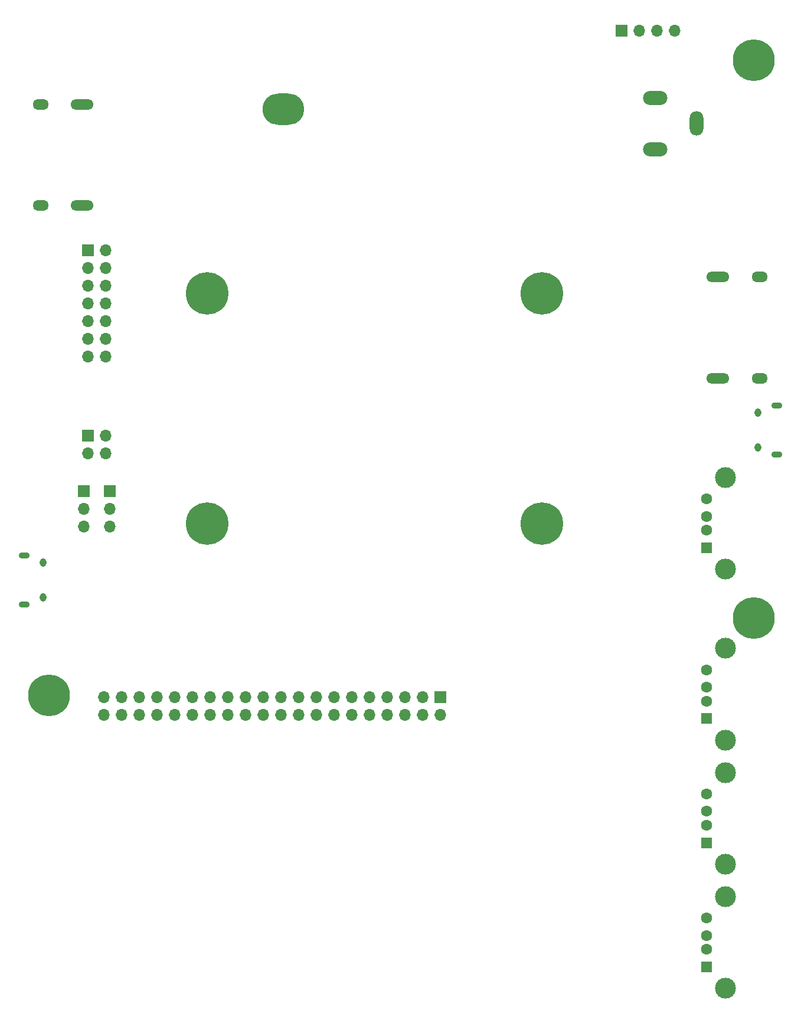
<source format=gbr>
%TF.GenerationSoftware,KiCad,Pcbnew,(6.0.0-0)*%
%TF.CreationDate,2022-04-14T20:44:02-04:00*%
%TF.ProjectId,SIL-CM4,53494c2d-434d-4342-9e6b-696361645f70,rev?*%
%TF.SameCoordinates,Original*%
%TF.FileFunction,Soldermask,Bot*%
%TF.FilePolarity,Negative*%
%FSLAX46Y46*%
G04 Gerber Fmt 4.6, Leading zero omitted, Abs format (unit mm)*
G04 Created by KiCad (PCBNEW (6.0.0-0)) date 2022-04-14 20:44:02*
%MOMM*%
%LPD*%
G01*
G04 APERTURE LIST*
G04 Aperture macros list*
%AMRoundRect*
0 Rectangle with rounded corners*
0 $1 Rounding radius*
0 $2 $3 $4 $5 $6 $7 $8 $9 X,Y pos of 4 corners*
0 Add a 4 corners polygon primitive as box body*
4,1,4,$2,$3,$4,$5,$6,$7,$8,$9,$2,$3,0*
0 Add four circle primitives for the rounded corners*
1,1,$1+$1,$2,$3*
1,1,$1+$1,$4,$5*
1,1,$1+$1,$6,$7*
1,1,$1+$1,$8,$9*
0 Add four rect primitives between the rounded corners*
20,1,$1+$1,$2,$3,$4,$5,0*
20,1,$1+$1,$4,$5,$6,$7,0*
20,1,$1+$1,$6,$7,$8,$9,0*
20,1,$1+$1,$8,$9,$2,$3,0*%
G04 Aperture macros list end*
%ADD10R,1.500000X1.600000*%
%ADD11C,1.600000*%
%ADD12C,3.000000*%
%ADD13R,1.700000X1.700000*%
%ADD14O,1.700000X1.700000*%
%ADD15O,1.550000X0.890000*%
%ADD16O,0.950000X1.250000*%
%ADD17C,6.000000*%
%ADD18C,0.800000*%
%ADD19C,6.100000*%
%ADD20O,3.300000X1.500000*%
%ADD21O,2.300000X1.500000*%
%ADD22O,6.000000X4.500000*%
%ADD23RoundRect,1.000000X0.000000X-0.750000X0.000000X-0.750000X0.000000X0.750000X0.000000X0.750000X0*%
%ADD24RoundRect,1.000000X-0.750000X0.000000X-0.750000X0.000000X0.750000X0.000000X0.750000X0.000000X0*%
G04 APERTURE END LIST*
D10*
%TO.C,J13*%
X125490000Y-93100000D03*
D11*
X125490000Y-90600000D03*
X125490000Y-88600000D03*
X125490000Y-86100000D03*
D12*
X128200000Y-96170000D03*
X128200000Y-83030000D03*
%TD*%
D10*
%TO.C,J16*%
X125490000Y-135400000D03*
D11*
X125490000Y-132900000D03*
X125490000Y-130900000D03*
X125490000Y-128400000D03*
D12*
X128200000Y-125330000D03*
X128200000Y-138470000D03*
%TD*%
D13*
%TO.C,J4*%
X36200000Y-85000000D03*
D14*
X36200000Y-87540000D03*
X36200000Y-90080000D03*
%TD*%
D13*
%TO.C,J11*%
X36800000Y-50400000D03*
D14*
X39340000Y-50400000D03*
X36800000Y-52940000D03*
X39340000Y-52940000D03*
X36800000Y-55480000D03*
X39340000Y-55480000D03*
X36800000Y-58020000D03*
X39340000Y-58020000D03*
X36800000Y-60560000D03*
X39340000Y-60560000D03*
X36800000Y-63100000D03*
X39340000Y-63100000D03*
X36800000Y-65640000D03*
X39340000Y-65640000D03*
%TD*%
D15*
%TO.C,J9*%
X27685000Y-94200000D03*
D16*
X30385000Y-95200000D03*
D15*
X27685000Y-101200000D03*
D16*
X30385000Y-100200000D03*
%TD*%
D10*
%TO.C,J15*%
X125490000Y-117600000D03*
D11*
X125490000Y-115100000D03*
X125490000Y-113100000D03*
X125490000Y-110600000D03*
D12*
X128200000Y-120670000D03*
X128200000Y-107530000D03*
%TD*%
D10*
%TO.C,J17*%
X125490000Y-153200000D03*
D11*
X125490000Y-150700000D03*
X125490000Y-148700000D03*
X125490000Y-146200000D03*
D12*
X128200000Y-156270000D03*
X128200000Y-143130000D03*
%TD*%
D13*
%TO.C,J1*%
X113300000Y-18900000D03*
D14*
X115840000Y-18900000D03*
X118380000Y-18900000D03*
X120920000Y-18900000D03*
%TD*%
D17*
%TO.C,H4*%
X132300000Y-103200000D03*
D18*
X133890990Y-101609010D03*
X132300000Y-105450000D03*
X134550000Y-103200000D03*
X133890990Y-104790990D03*
X130050000Y-103200000D03*
X130709010Y-104790990D03*
X130709010Y-101609010D03*
X132300000Y-100950000D03*
%TD*%
D19*
%TO.C,Module1*%
X101900000Y-89650000D03*
X101900000Y-56650000D03*
X53900000Y-89650000D03*
X53900000Y-56650000D03*
%TD*%
D20*
%TO.C,J7*%
X35956750Y-44025000D03*
X35956750Y-29525000D03*
D21*
X29996750Y-29525000D03*
X29996750Y-44025000D03*
%TD*%
D22*
%TO.C,H3*%
X64800000Y-30200000D03*
%TD*%
D13*
%TO.C,J6*%
X36825000Y-77050000D03*
D14*
X39365000Y-77050000D03*
X36825000Y-79590000D03*
X39365000Y-79590000D03*
%TD*%
D13*
%TO.C,J3*%
X39900000Y-85000000D03*
D14*
X39900000Y-87540000D03*
X39900000Y-90080000D03*
%TD*%
D18*
%TO.C,H2*%
X132300000Y-25450000D03*
X130709010Y-24790990D03*
X133890990Y-21609010D03*
X130050000Y-23200000D03*
D17*
X132300000Y-23200000D03*
D18*
X132300000Y-20950000D03*
X133890990Y-24790990D03*
X130709010Y-21609010D03*
X134550000Y-23200000D03*
%TD*%
D20*
%TO.C,J8*%
X127143250Y-54275000D03*
X127143250Y-68775000D03*
D21*
X133103250Y-68775000D03*
X133103250Y-54275000D03*
%TD*%
D23*
%TO.C,J2*%
X124037500Y-32250000D03*
D24*
X118137500Y-28550000D03*
X118137500Y-35950000D03*
%TD*%
D15*
%TO.C,J5*%
X135600000Y-79700000D03*
D16*
X132900000Y-78700000D03*
D15*
X135600000Y-72700000D03*
D16*
X132900000Y-73700000D03*
%TD*%
D13*
%TO.C,J10*%
X87300000Y-114500000D03*
D14*
X87300000Y-117040000D03*
X84760000Y-114500000D03*
X84760000Y-117040000D03*
X82220000Y-114500000D03*
X82220000Y-117040000D03*
X79680000Y-114500000D03*
X79680000Y-117040000D03*
X77140000Y-114500000D03*
X77140000Y-117040000D03*
X74600000Y-114500000D03*
X74600000Y-117040000D03*
X72060000Y-114500000D03*
X72060000Y-117040000D03*
X69520000Y-114500000D03*
X69520000Y-117040000D03*
X66980000Y-114500000D03*
X66980000Y-117040000D03*
X64440000Y-114500000D03*
X64440000Y-117040000D03*
X61900000Y-114500000D03*
X61900000Y-117040000D03*
X59360000Y-114500000D03*
X59360000Y-117040000D03*
X56820000Y-114500000D03*
X56820000Y-117040000D03*
X54280000Y-114500000D03*
X54280000Y-117040000D03*
X51740000Y-114500000D03*
X51740000Y-117040000D03*
X49200000Y-114500000D03*
X49200000Y-117040000D03*
X46660000Y-114500000D03*
X46660000Y-117040000D03*
X44120000Y-114500000D03*
X44120000Y-117040000D03*
X41580000Y-114500000D03*
X41580000Y-117040000D03*
X39040000Y-114500000D03*
X39040000Y-117040000D03*
%TD*%
D18*
%TO.C,H1*%
X32790990Y-115890990D03*
X31200000Y-112050000D03*
X29609010Y-112709010D03*
X32790990Y-112709010D03*
X33450000Y-114300000D03*
X29609010Y-115890990D03*
X28950000Y-114300000D03*
X31200000Y-116550000D03*
D17*
X31200000Y-114300000D03*
%TD*%
M02*

</source>
